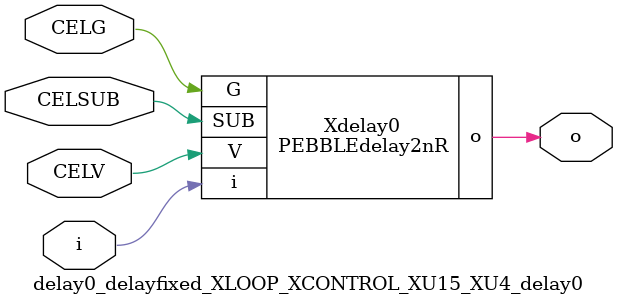
<source format=v>



module PEBBLEdelay2nR ( o, V, G, i, SUB );

  input V;
  input i;
  input G;
  output o;
  input SUB;
endmodule

//Celera Confidential Do Not Copy delay0_delayfixed_XLOOP_XCONTROL_XU15_XU4_delay0
//TYPE: fixed 2ns
module delay0_delayfixed_XLOOP_XCONTROL_XU15_XU4_delay0 (i, CELV, o,
CELG,CELSUB);
input CELV;
input i;
output o;
input CELSUB;
input CELG;

//Celera Confidential Do Not Copy delayfast0
PEBBLEdelay2nR Xdelay0(
.V (CELV),
.i (i),
.o (o),
.G (CELG),
.SUB (CELSUB)
);
//,diesize,PEBBLEdelay2nR

//Celera Confidential Do Not Copy Module End
//Celera Schematic Generator
endmodule

</source>
